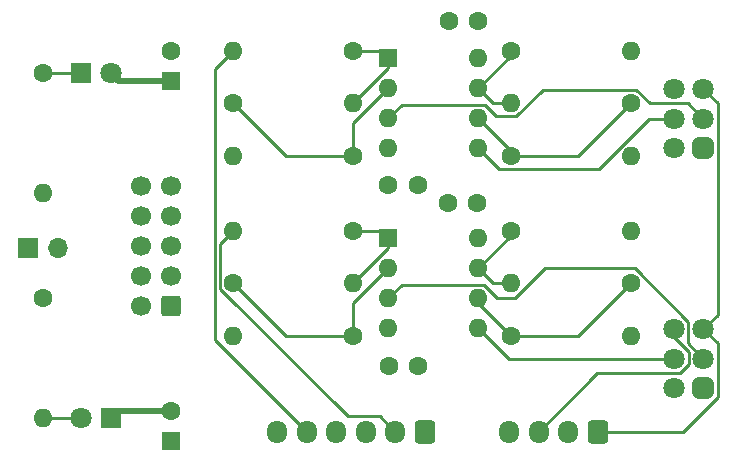
<source format=gtl>
G04 #@! TF.GenerationSoftware,KiCad,Pcbnew,(6.0.11)*
G04 #@! TF.CreationDate,2023-08-25T14:28:21+09:00*
G04 #@! TF.ProjectId,OUTPUT_MOD,4f555450-5554-45f4-9d4f-442e6b696361,1.0*
G04 #@! TF.SameCoordinates,Original*
G04 #@! TF.FileFunction,Copper,L1,Top*
G04 #@! TF.FilePolarity,Positive*
%FSLAX46Y46*%
G04 Gerber Fmt 4.6, Leading zero omitted, Abs format (unit mm)*
G04 Created by KiCad (PCBNEW (6.0.11)) date 2023-08-25 14:28:21*
%MOMM*%
%LPD*%
G01*
G04 APERTURE LIST*
G04 Aperture macros list*
%AMRoundRect*
0 Rectangle with rounded corners*
0 $1 Rounding radius*
0 $2 $3 $4 $5 $6 $7 $8 $9 X,Y pos of 4 corners*
0 Add a 4 corners polygon primitive as box body*
4,1,4,$2,$3,$4,$5,$6,$7,$8,$9,$2,$3,0*
0 Add four circle primitives for the rounded corners*
1,1,$1+$1,$2,$3*
1,1,$1+$1,$4,$5*
1,1,$1+$1,$6,$7*
1,1,$1+$1,$8,$9*
0 Add four rect primitives between the rounded corners*
20,1,$1+$1,$2,$3,$4,$5,0*
20,1,$1+$1,$4,$5,$6,$7,0*
20,1,$1+$1,$6,$7,$8,$9,0*
20,1,$1+$1,$8,$9,$2,$3,0*%
G04 Aperture macros list end*
G04 #@! TA.AperFunction,ComponentPad*
%ADD10C,1.600000*%
G04 #@! TD*
G04 #@! TA.AperFunction,ComponentPad*
%ADD11O,1.600000X1.600000*%
G04 #@! TD*
G04 #@! TA.AperFunction,ComponentPad*
%ADD12R,1.600000X1.600000*%
G04 #@! TD*
G04 #@! TA.AperFunction,ComponentPad*
%ADD13RoundRect,0.450000X-0.450000X-0.450000X0.450000X-0.450000X0.450000X0.450000X-0.450000X0.450000X0*%
G04 #@! TD*
G04 #@! TA.AperFunction,ComponentPad*
%ADD14C,1.800000*%
G04 #@! TD*
G04 #@! TA.AperFunction,ComponentPad*
%ADD15R,1.700000X1.700000*%
G04 #@! TD*
G04 #@! TA.AperFunction,ComponentPad*
%ADD16O,1.700000X1.700000*%
G04 #@! TD*
G04 #@! TA.AperFunction,ComponentPad*
%ADD17RoundRect,0.250000X0.600000X0.600000X-0.600000X0.600000X-0.600000X-0.600000X0.600000X-0.600000X0*%
G04 #@! TD*
G04 #@! TA.AperFunction,ComponentPad*
%ADD18C,1.700000*%
G04 #@! TD*
G04 #@! TA.AperFunction,ComponentPad*
%ADD19RoundRect,0.250000X0.600000X0.725000X-0.600000X0.725000X-0.600000X-0.725000X0.600000X-0.725000X0*%
G04 #@! TD*
G04 #@! TA.AperFunction,ComponentPad*
%ADD20O,1.700000X1.950000*%
G04 #@! TD*
G04 #@! TA.AperFunction,ComponentPad*
%ADD21R,1.800000X1.800000*%
G04 #@! TD*
G04 #@! TA.AperFunction,Conductor*
%ADD22C,0.250000*%
G04 #@! TD*
G04 #@! TA.AperFunction,Conductor*
%ADD23C,0.500000*%
G04 #@! TD*
G04 APERTURE END LIST*
D10*
X156412992Y-108187000D03*
D11*
X166572992Y-108187000D03*
X153662992Y-99942000D03*
X153662992Y-102482000D03*
X153662992Y-105022000D03*
X153662992Y-107562000D03*
X146042992Y-107562000D03*
X146042992Y-105022000D03*
X146042992Y-102482000D03*
D12*
X146042992Y-99942000D03*
X146042992Y-84702000D03*
D11*
X146042992Y-87242000D03*
X146042992Y-89782000D03*
X146042992Y-92322000D03*
X153662992Y-92322000D03*
X153662992Y-89782000D03*
X153662992Y-87242000D03*
X153662992Y-84702000D03*
D13*
X172712992Y-112632000D03*
D14*
X172712992Y-110132000D03*
X172712992Y-107632000D03*
X170212992Y-112632000D03*
X170212992Y-110132000D03*
X170212992Y-107632000D03*
X170212992Y-87312000D03*
X170212992Y-89812000D03*
X170212992Y-92312000D03*
X172712992Y-87312000D03*
X172712992Y-89812000D03*
D13*
X172712992Y-92312000D03*
D11*
X116763234Y-115172000D03*
D10*
X116763234Y-105012000D03*
X116832992Y-85962000D03*
D11*
X116832992Y-96122000D03*
X132917992Y-99297000D03*
D10*
X143077992Y-99297000D03*
D11*
X166572992Y-99297000D03*
D10*
X156412992Y-99297000D03*
X143077992Y-84057000D03*
D11*
X132917992Y-84057000D03*
D10*
X156412992Y-84057000D03*
D11*
X166572992Y-84057000D03*
X143077992Y-103742000D03*
D10*
X132917992Y-103742000D03*
D11*
X156412992Y-103742000D03*
D10*
X166572992Y-103742000D03*
D11*
X143077992Y-88502000D03*
D10*
X132917992Y-88502000D03*
X166572992Y-88502000D03*
D11*
X156412992Y-88502000D03*
D10*
X143077992Y-108187000D03*
D11*
X132917992Y-108187000D03*
D10*
X143077992Y-92947000D03*
D11*
X132917992Y-92947000D03*
X166572992Y-92947000D03*
D10*
X156412992Y-92947000D03*
D15*
X115488234Y-100787000D03*
D16*
X118028234Y-100787000D03*
D17*
X127627992Y-105647000D03*
D18*
X125087992Y-105647000D03*
X127627992Y-103107000D03*
X125087992Y-103107000D03*
X127627992Y-100567000D03*
X125087992Y-100567000D03*
X127627992Y-98027000D03*
X125087992Y-98027000D03*
X127627992Y-95487000D03*
X125087992Y-95487000D03*
D19*
X149117992Y-116332000D03*
D20*
X146617992Y-116332000D03*
X144117992Y-116332000D03*
X141617992Y-116332000D03*
X139117992Y-116332000D03*
X136617992Y-116332000D03*
D19*
X163762992Y-116332000D03*
D20*
X161262992Y-116332000D03*
X158762992Y-116332000D03*
X156262992Y-116332000D03*
D21*
X122552992Y-115172000D03*
D14*
X120012992Y-115172000D03*
D21*
X120002992Y-85962000D03*
D14*
X122542992Y-85962000D03*
D10*
X146072992Y-110727000D03*
X148572992Y-110727000D03*
X153556825Y-96920350D03*
X151056825Y-96920350D03*
X146002500Y-95453972D03*
X148502500Y-95453972D03*
X151152992Y-81517000D03*
X153652992Y-81517000D03*
D12*
X127627992Y-117077000D03*
D10*
X127627992Y-114577000D03*
D12*
X127627992Y-86597000D03*
D10*
X127627992Y-84097000D03*
D22*
X173937992Y-88537000D02*
X172712992Y-87312000D01*
X173937992Y-106407000D02*
X173937992Y-88537000D01*
X172712992Y-107632000D02*
X173937992Y-106407000D01*
X173937992Y-108857000D02*
X172712992Y-107632000D01*
X173937992Y-113403016D02*
X173937992Y-108857000D01*
X171009008Y-116332000D02*
X173937992Y-113403016D01*
X163762992Y-116332000D02*
X171009008Y-116332000D01*
X170212992Y-108268396D02*
X170212992Y-107632000D01*
X170720404Y-111357000D02*
X171487992Y-110589412D01*
X171487992Y-110589412D02*
X171487992Y-109543396D01*
X163737992Y-111357000D02*
X170720404Y-111357000D01*
X158762992Y-116332000D02*
X163737992Y-111357000D01*
X171487992Y-109543396D02*
X170212992Y-108268396D01*
X131342992Y-85632000D02*
X131342992Y-108557000D01*
X132917992Y-84057000D02*
X131342992Y-85632000D01*
X131342992Y-108557000D02*
X139117992Y-116332000D01*
X131792992Y-104207991D02*
X142617001Y-115032000D01*
X131792992Y-100422000D02*
X131792992Y-104207991D01*
X145317992Y-115032000D02*
X146617992Y-116332000D01*
X132917992Y-99297000D02*
X131792992Y-100422000D01*
X142617001Y-115032000D02*
X145317992Y-115032000D01*
X137362992Y-108187000D02*
X132917992Y-103742000D01*
X143077992Y-108187000D02*
X137362992Y-108187000D01*
X143077992Y-105447000D02*
X146042992Y-102482000D01*
X143077992Y-108187000D02*
X143077992Y-105447000D01*
X146042992Y-100777000D02*
X146042992Y-99942000D01*
X143077992Y-103742000D02*
X146042992Y-100777000D01*
X145397992Y-99297000D02*
X143077992Y-99297000D01*
X146042992Y-99942000D02*
X145397992Y-99297000D01*
X147167992Y-103897000D02*
X146042992Y-105022000D01*
X155243983Y-105012000D02*
X154128983Y-103897000D01*
X159273983Y-102472000D02*
X156733983Y-105012000D01*
X156733983Y-105012000D02*
X155243983Y-105012000D01*
X166893983Y-102472000D02*
X159273983Y-102472000D01*
X171437992Y-108857000D02*
X171437992Y-107016009D01*
X172712992Y-110132000D02*
X171437992Y-108857000D01*
X171437992Y-107016009D02*
X166893983Y-102472000D01*
X154128983Y-103897000D02*
X147167992Y-103897000D01*
X156232992Y-110132000D02*
X153662992Y-107562000D01*
X170212992Y-110132000D02*
X156232992Y-110132000D01*
X162127992Y-108187000D02*
X156412992Y-108187000D01*
X166572992Y-103742000D02*
X162127992Y-108187000D01*
X153662992Y-105437000D02*
X153662992Y-105022000D01*
X156412992Y-108187000D02*
X153662992Y-105437000D01*
X153662992Y-102482000D02*
X154922992Y-103742000D01*
X154922992Y-103742000D02*
X156412992Y-103742000D01*
X156412992Y-99732000D02*
X153662992Y-102482000D01*
X156412992Y-99297000D02*
X156412992Y-99732000D01*
X137362992Y-92947000D02*
X132917992Y-88502000D01*
X143077992Y-92947000D02*
X137362992Y-92947000D01*
X143077992Y-84057000D02*
X145397992Y-84057000D01*
X145397992Y-84057000D02*
X146042992Y-84702000D01*
X143077992Y-88502000D02*
X146042992Y-85537000D01*
X146042992Y-85537000D02*
X146042992Y-84702000D01*
X143077992Y-92947000D02*
X143077992Y-90207000D01*
X143077992Y-90207000D02*
X146042992Y-87242000D01*
X147167992Y-88657000D02*
X146042992Y-89782000D01*
X155168992Y-89627000D02*
X154198992Y-88657000D01*
X154198992Y-88657000D02*
X147167992Y-88657000D01*
X159128983Y-87377000D02*
X156878983Y-89627000D01*
X167038983Y-87377000D02*
X159128983Y-87377000D01*
X156878983Y-89627000D02*
X155168992Y-89627000D01*
X171437992Y-88537000D02*
X168198983Y-88537000D01*
X168198983Y-88537000D02*
X167038983Y-87377000D01*
X172712992Y-89812000D02*
X171437992Y-88537000D01*
X162127992Y-92947000D02*
X166572992Y-88502000D01*
X156412992Y-92947000D02*
X162127992Y-92947000D01*
X168117001Y-89812000D02*
X170212992Y-89812000D01*
X163857001Y-94072000D02*
X168117001Y-89812000D01*
X155412992Y-94072000D02*
X163857001Y-94072000D01*
X153662992Y-92322000D02*
X155412992Y-94072000D01*
X153662992Y-89782000D02*
X156412992Y-92532000D01*
X156412992Y-92532000D02*
X156412992Y-92947000D01*
X154922992Y-88502000D02*
X153662992Y-87242000D01*
X156412992Y-88502000D02*
X154922992Y-88502000D01*
X156412992Y-84492000D02*
X156412992Y-84057000D01*
X153662992Y-87242000D02*
X156412992Y-84492000D01*
D23*
X123177992Y-86597000D02*
X127627992Y-86597000D01*
X122542992Y-85962000D02*
X123177992Y-86597000D01*
X123147992Y-114577000D02*
X127627992Y-114577000D01*
X122552992Y-115172000D02*
X123147992Y-114577000D01*
D22*
X116763234Y-115172000D02*
X120012992Y-115172000D01*
X116832992Y-85962000D02*
X120002992Y-85962000D01*
M02*

</source>
